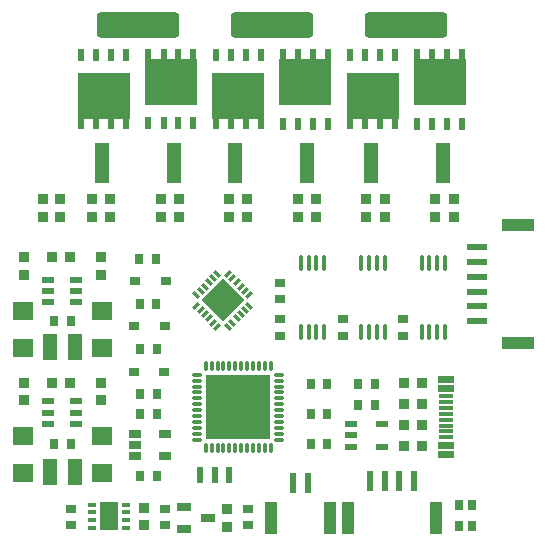
<source format=gbr>
%TF.GenerationSoftware,KiCad,Pcbnew,9.0.0-rc3-101-g1c85751bf0*%
%TF.CreationDate,2025-12-24T13:29:29+08:00*%
%TF.ProjectId,M4310_Drv,4d343331-305f-4447-9276-2e6b69636164,rev?*%
%TF.SameCoordinates,Original*%
%TF.FileFunction,Paste,Top*%
%TF.FilePolarity,Positive*%
%FSLAX46Y46*%
G04 Gerber Fmt 4.6, Leading zero omitted, Abs format (unit mm)*
G04 Created by KiCad (PCBNEW 9.0.0-rc3-101-g1c85751bf0) date 2025-12-24 13:29:29*
%MOMM*%
%LPD*%
G01*
G04 APERTURE LIST*
G04 Aperture macros list*
%AMRoundRect*
0 Rectangle with rounded corners*
0 $1 Rounding radius*
0 $2 $3 $4 $5 $6 $7 $8 $9 X,Y pos of 4 corners*
0 Add a 4 corners polygon primitive as box body*
4,1,4,$2,$3,$4,$5,$6,$7,$8,$9,$2,$3,0*
0 Add four circle primitives for the rounded corners*
1,1,$1+$1,$2,$3*
1,1,$1+$1,$4,$5*
1,1,$1+$1,$6,$7*
1,1,$1+$1,$8,$9*
0 Add four rect primitives between the rounded corners*
20,1,$1+$1,$2,$3,$4,$5,0*
20,1,$1+$1,$4,$5,$6,$7,0*
20,1,$1+$1,$6,$7,$8,$9,0*
20,1,$1+$1,$8,$9,$2,$3,0*%
%AMRotRect*
0 Rectangle, with rotation*
0 The origin of the aperture is its center*
0 $1 length*
0 $2 width*
0 $3 Rotation angle, in degrees counterclockwise*
0 Add horizontal line*
21,1,$1,$2,0,0,$3*%
%AMFreePoly0*
4,1,13,0.235355,0.685355,0.250000,0.650000,0.250000,-0.650000,0.235355,-0.685355,0.200000,-0.700000,-0.250000,-0.700000,-0.285355,-0.685355,-0.300000,-0.650000,-0.300000,0.650000,-0.285355,0.685355,-0.250000,0.700000,0.200000,0.700000,0.235355,0.685355,0.235355,0.685355,$1*%
G04 Aperture macros list end*
%ADD10R,1.200000X2.200000*%
%ADD11R,0.810000X0.860000*%
%ADD12R,0.800000X0.900000*%
%ADD13R,0.900000X0.800000*%
%ADD14O,0.350000X1.450000*%
%ADD15R,0.860000X0.810000*%
%ADD16R,0.600000X1.000000*%
%ADD17R,4.410000X4.000000*%
%ADD18R,1.100000X0.600000*%
%ADD19R,0.600000X1.700000*%
%ADD20R,1.000000X2.800000*%
%ADD21R,1.070000X0.530000*%
%ADD22R,0.700000X0.900000*%
%ADD23R,1.250000X0.700000*%
%ADD24R,1.730000X1.490000*%
%ADD25R,0.600000X1.400000*%
%ADD26R,0.900000X0.700000*%
%ADD27R,0.710000X0.360000*%
%ADD28R,1.600000X2.400000*%
%ADD29RoundRect,0.366667X-3.133333X-0.733333X3.133333X-0.733333X3.133333X0.733333X-3.133333X0.733333X0*%
%ADD30R,1.100000X0.700000*%
%ADD31R,1.280000X3.460000*%
%ADD32RotRect,0.280000X0.660000X45.000000*%
%ADD33RotRect,0.660000X0.280000X45.000000*%
%ADD34RotRect,2.550000X2.550000X45.000000*%
%ADD35FreePoly0,90.000000*%
%ADD36R,1.300000X0.300000*%
%ADD37R,1.700000X0.600000*%
%ADD38R,2.700000X1.000000*%
%ADD39O,0.280000X0.850000*%
%ADD40O,0.850000X0.280000*%
%ADD41R,5.500000X5.500000*%
G04 APERTURE END LIST*
D10*
%TO.C,L3*%
X161470000Y-122140000D03*
X163530000Y-122140000D03*
%TD*%
D11*
%TO.C,R10*%
X191434640Y-130475000D03*
X192934640Y-130475000D03*
%TD*%
D12*
%TO.C,C14*%
X187550000Y-125275000D03*
X188950000Y-125275000D03*
%TD*%
D13*
%TO.C,C29*%
X180950000Y-119765000D03*
X180950000Y-121165000D03*
%TD*%
D12*
%TO.C,C10*%
X163200000Y-130370000D03*
X161800000Y-130370000D03*
%TD*%
D14*
%TO.C,U11*%
X184655000Y-114970000D03*
X183995000Y-114970000D03*
X183345000Y-114970000D03*
X182695000Y-114970000D03*
X182695000Y-120830000D03*
X183345000Y-120830000D03*
X183995000Y-120830000D03*
X184655000Y-120830000D03*
%TD*%
D15*
%TO.C,R32*%
X170815000Y-111125000D03*
X170815000Y-109625000D03*
%TD*%
D12*
%TO.C,C26*%
X184925000Y-127825000D03*
X183525000Y-127825000D03*
%TD*%
D15*
%TO.C,R35*%
X162325000Y-109625000D03*
X162325000Y-111125000D03*
%TD*%
D11*
%TO.C,R37*%
X163150000Y-114520000D03*
X161650000Y-114520000D03*
%TD*%
D16*
%TO.C,Q6*%
X192540000Y-103250000D03*
X193820000Y-103250000D03*
X195080000Y-103250000D03*
X196350000Y-103250000D03*
X196350000Y-97410000D03*
X195080000Y-97410000D03*
X193820000Y-97410000D03*
X192540000Y-97410000D03*
D17*
X194450000Y-99720000D03*
%TD*%
D15*
%TO.C,R22*%
X166550000Y-109625000D03*
X166550000Y-111125000D03*
%TD*%
D18*
%TO.C,U3*%
X186965000Y-128660000D03*
X186965000Y-129610000D03*
X186965000Y-130560000D03*
X189565000Y-130560000D03*
X189565000Y-128660000D03*
%TD*%
D15*
%TO.C,R31*%
X183950000Y-111125000D03*
X183950000Y-109625000D03*
%TD*%
D12*
%TO.C,C27*%
X163200000Y-119900000D03*
X161800000Y-119900000D03*
%TD*%
D16*
%TO.C,Q4*%
X181156000Y-103250000D03*
X182436000Y-103250000D03*
X183696000Y-103250000D03*
X184966000Y-103250000D03*
X184966000Y-97410000D03*
X183696000Y-97410000D03*
X182436000Y-97410000D03*
X181156000Y-97410000D03*
D17*
X183066000Y-99720000D03*
%TD*%
D19*
%TO.C,CN1*%
X182042500Y-133675000D03*
X183282500Y-133675000D03*
D20*
X180192500Y-136575000D03*
X185142500Y-136575000D03*
%TD*%
D12*
%TO.C,C25*%
X183500000Y-125275000D03*
X184900000Y-125275000D03*
%TD*%
%TO.C,C12*%
X184900000Y-130375000D03*
X183500000Y-130375000D03*
%TD*%
D15*
%TO.C,R23*%
X178120000Y-109625000D03*
X178120000Y-111125000D03*
%TD*%
D11*
%TO.C,R8*%
X163150000Y-125170000D03*
X161650000Y-125170000D03*
%TD*%
D15*
%TO.C,R12*%
X169412500Y-137225000D03*
X169412500Y-135725000D03*
%TD*%
D21*
%TO.C,U12*%
X163600000Y-128620000D03*
X163600000Y-127670000D03*
X163600000Y-126720000D03*
X161300000Y-126720000D03*
X161300000Y-127670000D03*
X161300000Y-128620000D03*
%TD*%
D15*
%TO.C,R25*%
X165000000Y-111125000D03*
X165000000Y-109625000D03*
%TD*%
D12*
%TO.C,C16*%
X169075000Y-127825000D03*
X170475000Y-127825000D03*
%TD*%
D21*
%TO.C,U13*%
X163600000Y-118322500D03*
X163600000Y-117372500D03*
X163600000Y-116422500D03*
X161300000Y-116422500D03*
X161300000Y-117372500D03*
X161300000Y-118322500D03*
%TD*%
D13*
%TO.C,C18*%
X163200000Y-137225000D03*
X163200000Y-135825000D03*
%TD*%
D22*
%TO.C,LED1*%
X196100000Y-137320000D03*
X197200000Y-137320000D03*
X197200000Y-135480000D03*
X196100000Y-135480000D03*
%TD*%
D12*
%TO.C,C15*%
X170475000Y-133020000D03*
X169075000Y-133020000D03*
%TD*%
D15*
%TO.C,R6*%
X159200000Y-126650000D03*
X159200000Y-125150000D03*
%TD*%
D16*
%TO.C,Q5*%
X190668000Y-97360000D03*
X189388000Y-97360000D03*
X188128000Y-97360000D03*
X186858000Y-97360000D03*
X186858000Y-103200000D03*
X188128000Y-103200000D03*
X189388000Y-103200000D03*
X190668000Y-103200000D03*
D17*
X188758000Y-100890000D03*
%TD*%
D16*
%TO.C,Q3*%
X179284000Y-97360000D03*
X178004000Y-97360000D03*
X176744000Y-97360000D03*
X175474000Y-97360000D03*
X175474000Y-103200000D03*
X176744000Y-103200000D03*
X178004000Y-103200000D03*
X179284000Y-103200000D03*
D17*
X177374000Y-100890000D03*
%TD*%
D13*
%TO.C,C31*%
X191325000Y-119765000D03*
X191325000Y-121165000D03*
%TD*%
D15*
%TO.C,R26*%
X176625000Y-111125000D03*
X176625000Y-109625000D03*
%TD*%
%TO.C,R9*%
X176400833Y-135825000D03*
X176400833Y-137325000D03*
%TD*%
D23*
%TO.C,D1*%
X172786667Y-135675000D03*
X172786667Y-137575000D03*
X174786667Y-136625000D03*
%TD*%
D10*
%TO.C,L2*%
X161470000Y-132720000D03*
X163530000Y-132720000D03*
%TD*%
D15*
%TO.C,R27*%
X188225000Y-111125000D03*
X188225000Y-109625000D03*
%TD*%
D24*
%TO.C,C9*%
X159175000Y-122240000D03*
X159175000Y-119060000D03*
%TD*%
D25*
%TO.C,X1*%
X176570000Y-133000000D03*
X175370000Y-133000000D03*
X174170000Y-133000000D03*
%TD*%
D13*
%TO.C,C20*%
X178225000Y-137225000D03*
X178225000Y-135825000D03*
%TD*%
D12*
%TO.C,C22*%
X170375000Y-114635000D03*
X168975000Y-114635000D03*
%TD*%
D15*
%TO.C,R33*%
X172350000Y-111125000D03*
X172350000Y-109625000D03*
%TD*%
D26*
%TO.C,D3*%
X171175000Y-120380000D03*
X168575000Y-120380000D03*
%TD*%
D14*
%TO.C,U9*%
X194880000Y-114970000D03*
X194220000Y-114970000D03*
X193570000Y-114970000D03*
X192920000Y-114970000D03*
X192920000Y-120830000D03*
X193570000Y-120830000D03*
X194220000Y-120830000D03*
X194880000Y-120830000D03*
%TD*%
D27*
%TO.C,U6*%
X165009167Y-135462500D03*
X165009167Y-136122500D03*
X165009167Y-136772500D03*
X165009167Y-137422500D03*
X167869167Y-137422500D03*
X167869167Y-136772500D03*
X167869167Y-136122500D03*
X167869167Y-135462500D03*
D28*
X166439167Y-136442500D03*
%TD*%
D24*
%TO.C,C11*%
X165825000Y-132820000D03*
X165825000Y-129640000D03*
%TD*%
D15*
%TO.C,R29*%
X194050000Y-111125000D03*
X194050000Y-109625000D03*
%TD*%
D29*
%TO.C,*%
X168850000Y-94900000D03*
%TD*%
%TO.C,*%
X180225000Y-94900000D03*
%TD*%
D15*
%TO.C,R7*%
X165750000Y-125150000D03*
X165750000Y-126650000D03*
%TD*%
D30*
%TO.C,U4*%
X168610000Y-129475000D03*
X168610000Y-130425000D03*
X168610000Y-131375000D03*
X171190000Y-131375000D03*
X171190000Y-129475000D03*
%TD*%
D12*
%TO.C,C17*%
X169075000Y-126093333D03*
X170475000Y-126093333D03*
%TD*%
D14*
%TO.C,U10*%
X189767500Y-114970000D03*
X189107500Y-114970000D03*
X188457500Y-114970000D03*
X187807500Y-114970000D03*
X187807500Y-120830000D03*
X188457500Y-120830000D03*
X189107500Y-120830000D03*
X189767500Y-120830000D03*
%TD*%
D15*
%TO.C,R39*%
X160850000Y-109625000D03*
X160850000Y-111125000D03*
%TD*%
D19*
%TO.C,U7*%
X188525000Y-133475000D03*
X189775000Y-133475000D03*
X191025000Y-133475000D03*
X192285000Y-133475000D03*
D20*
X194125000Y-136635000D03*
X186685000Y-136635000D03*
%TD*%
D31*
%TO.C,R21*%
X194725000Y-106550000D03*
X188585000Y-106550000D03*
%TD*%
D24*
%TO.C,C8*%
X159175000Y-132820000D03*
X159175000Y-129640000D03*
%TD*%
D11*
%TO.C,R13*%
X192934640Y-128708333D03*
X191434640Y-128708333D03*
%TD*%
D13*
%TO.C,C21*%
X180950000Y-116700000D03*
X180950000Y-118100000D03*
%TD*%
D12*
%TO.C,C23*%
X170425000Y-118465000D03*
X169025000Y-118465000D03*
%TD*%
D26*
%TO.C,D4*%
X171125000Y-124210000D03*
X168525000Y-124210000D03*
%TD*%
D15*
%TO.C,R24*%
X189775000Y-109625000D03*
X189775000Y-111125000D03*
%TD*%
D11*
%TO.C,R11*%
X192934640Y-125175000D03*
X191434640Y-125175000D03*
%TD*%
D31*
%TO.C,R19*%
X171950000Y-106550000D03*
X165810000Y-106550000D03*
%TD*%
D13*
%TO.C,C19*%
X171150000Y-137225000D03*
X171150000Y-135825000D03*
%TD*%
D26*
%TO.C,D2*%
X171225000Y-116550000D03*
X168625000Y-116550000D03*
%TD*%
D13*
%TO.C,C30*%
X186250000Y-119750000D03*
X186250000Y-121150000D03*
%TD*%
D31*
%TO.C,R20*%
X183240500Y-106550000D03*
X177100500Y-106550000D03*
%TD*%
D29*
%TO.C,*%
X191600000Y-94900000D03*
%TD*%
D24*
%TO.C,C34*%
X165825000Y-122240000D03*
X165825000Y-119060000D03*
%TD*%
D32*
%TO.C,U8*%
X176532233Y-120415361D03*
X176885787Y-120061808D03*
X177239340Y-119708255D03*
X177592894Y-119354701D03*
X177946447Y-119001148D03*
X178300000Y-118647594D03*
D33*
X178300000Y-117714214D03*
X177946447Y-117360660D03*
X177592894Y-117007107D03*
X177239340Y-116653553D03*
X176885787Y-116300000D03*
X176532233Y-115946447D03*
D32*
X175598853Y-115946447D03*
X175245299Y-116300000D03*
X174891746Y-116653553D03*
X174538192Y-117007107D03*
X174184639Y-117360660D03*
X173831086Y-117714214D03*
D33*
X173831086Y-118647594D03*
X174184639Y-119001148D03*
X174538192Y-119354701D03*
X174891746Y-119708255D03*
X175245299Y-120061808D03*
X175598853Y-120415361D03*
D34*
X176065543Y-118180904D03*
%TD*%
D35*
%TO.C,USBC1*%
X194977500Y-131225000D03*
X194977500Y-124825000D03*
X194972500Y-130425000D03*
X194977500Y-125625000D03*
D36*
X194977500Y-129275000D03*
X194977500Y-128275000D03*
X194977500Y-127775000D03*
X194977500Y-126775000D03*
X194977500Y-126275000D03*
X194977500Y-127275000D03*
X194977500Y-128775000D03*
X194977500Y-129775000D03*
%TD*%
D12*
%TO.C,C13*%
X187550000Y-127060000D03*
X188950000Y-127060000D03*
%TD*%
D16*
%TO.C,Q1*%
X167900000Y-97360000D03*
X166620000Y-97360000D03*
X165360000Y-97360000D03*
X164090000Y-97360000D03*
X164090000Y-103200000D03*
X165360000Y-103200000D03*
X166620000Y-103200000D03*
X167900000Y-103200000D03*
D17*
X165990000Y-100890000D03*
%TD*%
D15*
%TO.C,R28*%
X195605000Y-111125000D03*
X195605000Y-109625000D03*
%TD*%
D16*
%TO.C,Q2*%
X169772000Y-103200000D03*
X171052000Y-103200000D03*
X172312000Y-103200000D03*
X173582000Y-103200000D03*
X173582000Y-97360000D03*
X172312000Y-97360000D03*
X171052000Y-97360000D03*
X169772000Y-97360000D03*
D17*
X171682000Y-99670000D03*
%TD*%
D37*
%TO.C,CN2*%
X197600000Y-119930000D03*
X197600000Y-118680000D03*
X197600000Y-117430000D03*
X197600000Y-116180000D03*
X197600000Y-114930000D03*
X197600000Y-113680000D03*
D38*
X201100000Y-121770000D03*
X201100000Y-111830000D03*
%TD*%
D39*
%TO.C,U5*%
X174625000Y-130695000D03*
X175125000Y-130695000D03*
X175625001Y-130695000D03*
X176125000Y-130695000D03*
X176624999Y-130695000D03*
X177125000Y-130695000D03*
X177625000Y-130695000D03*
X178125001Y-130695000D03*
X178625000Y-130695000D03*
X179124999Y-130695000D03*
X179625000Y-130695000D03*
X180125000Y-130695000D03*
D40*
X180845000Y-129975000D03*
X180845000Y-129475000D03*
X180845000Y-128974999D03*
X180845000Y-128475000D03*
X180845000Y-127975001D03*
X180845000Y-127475000D03*
X180845000Y-126975000D03*
X180845000Y-126474999D03*
X180845000Y-125975000D03*
X180845000Y-125475001D03*
X180845000Y-124975000D03*
X180845000Y-124475000D03*
D39*
X180125000Y-123755000D03*
X179625000Y-123755000D03*
X179124999Y-123755000D03*
X178625000Y-123755000D03*
X178125001Y-123755000D03*
X177625000Y-123755000D03*
X177125000Y-123755000D03*
X176624999Y-123755000D03*
X176125000Y-123755000D03*
X175625001Y-123755000D03*
X175125000Y-123755000D03*
X174625000Y-123755000D03*
D40*
X173905000Y-124475000D03*
X173905000Y-124975000D03*
X173905000Y-125475001D03*
X173905000Y-125975000D03*
X173905000Y-126474999D03*
X173905000Y-126975000D03*
X173905000Y-127475000D03*
X173905000Y-127975001D03*
X173905000Y-128475000D03*
X173905000Y-128974999D03*
X173905000Y-129475000D03*
X173905000Y-129975000D03*
D41*
X177375000Y-127225000D03*
%TD*%
D15*
%TO.C,R36*%
X159200000Y-116000000D03*
X159200000Y-114500000D03*
%TD*%
D11*
%TO.C,R18*%
X192934640Y-126941667D03*
X191434640Y-126941667D03*
%TD*%
D15*
%TO.C,R38*%
X165750000Y-114500000D03*
X165750000Y-116000000D03*
%TD*%
D12*
%TO.C,C24*%
X170475000Y-122295000D03*
X169075000Y-122295000D03*
%TD*%
D15*
%TO.C,R30*%
X182460000Y-111125000D03*
X182460000Y-109625000D03*
%TD*%
M02*

</source>
